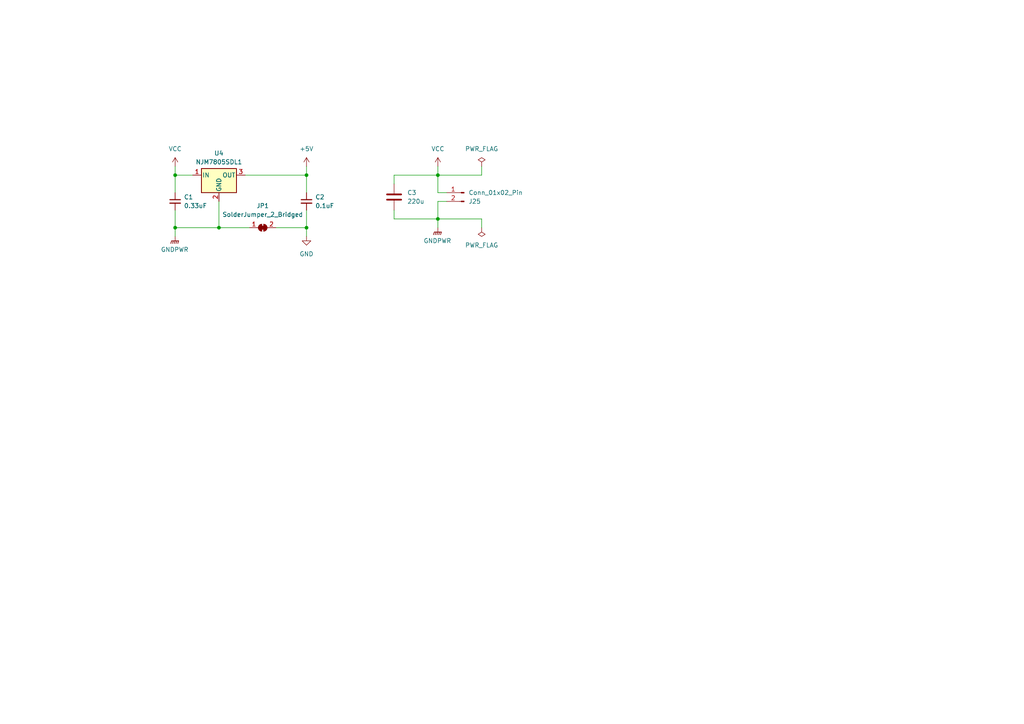
<source format=kicad_sch>
(kicad_sch
	(version 20231120)
	(generator "eeschema")
	(generator_version "8.0")
	(uuid "b121f1ac-567f-4c92-a979-c734161b9d95")
	(paper "A4")
	(lib_symbols
		(symbol "Connector:Conn_01x02_Pin"
			(pin_names
				(offset 1.016) hide)
			(exclude_from_sim no)
			(in_bom yes)
			(on_board yes)
			(property "Reference" "J"
				(at 0 2.54 0)
				(effects
					(font
						(size 1.27 1.27)
					)
				)
			)
			(property "Value" "Conn_01x02_Pin"
				(at 0 -5.08 0)
				(effects
					(font
						(size 1.27 1.27)
					)
				)
			)
			(property "Footprint" ""
				(at 0 0 0)
				(effects
					(font
						(size 1.27 1.27)
					)
					(hide yes)
				)
			)
			(property "Datasheet" "~"
				(at 0 0 0)
				(effects
					(font
						(size 1.27 1.27)
					)
					(hide yes)
				)
			)
			(property "Description" "Generic connector, single row, 01x02, script generated"
				(at 0 0 0)
				(effects
					(font
						(size 1.27 1.27)
					)
					(hide yes)
				)
			)
			(property "ki_locked" ""
				(at 0 0 0)
				(effects
					(font
						(size 1.27 1.27)
					)
				)
			)
			(property "ki_keywords" "connector"
				(at 0 0 0)
				(effects
					(font
						(size 1.27 1.27)
					)
					(hide yes)
				)
			)
			(property "ki_fp_filters" "Connector*:*_1x??_*"
				(at 0 0 0)
				(effects
					(font
						(size 1.27 1.27)
					)
					(hide yes)
				)
			)
			(symbol "Conn_01x02_Pin_1_1"
				(polyline
					(pts
						(xy 1.27 -2.54) (xy 0.8636 -2.54)
					)
					(stroke
						(width 0.1524)
						(type default)
					)
					(fill
						(type none)
					)
				)
				(polyline
					(pts
						(xy 1.27 0) (xy 0.8636 0)
					)
					(stroke
						(width 0.1524)
						(type default)
					)
					(fill
						(type none)
					)
				)
				(rectangle
					(start 0.8636 -2.413)
					(end 0 -2.667)
					(stroke
						(width 0.1524)
						(type default)
					)
					(fill
						(type outline)
					)
				)
				(rectangle
					(start 0.8636 0.127)
					(end 0 -0.127)
					(stroke
						(width 0.1524)
						(type default)
					)
					(fill
						(type outline)
					)
				)
				(pin passive line
					(at 5.08 0 180)
					(length 3.81)
					(name "Pin_1"
						(effects
							(font
								(size 1.27 1.27)
							)
						)
					)
					(number "1"
						(effects
							(font
								(size 1.27 1.27)
							)
						)
					)
				)
				(pin passive line
					(at 5.08 -2.54 180)
					(length 3.81)
					(name "Pin_2"
						(effects
							(font
								(size 1.27 1.27)
							)
						)
					)
					(number "2"
						(effects
							(font
								(size 1.27 1.27)
							)
						)
					)
				)
			)
		)
		(symbol "Device:C"
			(pin_numbers hide)
			(pin_names
				(offset 0.254)
			)
			(exclude_from_sim no)
			(in_bom yes)
			(on_board yes)
			(property "Reference" "C"
				(at 0.635 2.54 0)
				(effects
					(font
						(size 1.27 1.27)
					)
					(justify left)
				)
			)
			(property "Value" "C"
				(at 0.635 -2.54 0)
				(effects
					(font
						(size 1.27 1.27)
					)
					(justify left)
				)
			)
			(property "Footprint" ""
				(at 0.9652 -3.81 0)
				(effects
					(font
						(size 1.27 1.27)
					)
					(hide yes)
				)
			)
			(property "Datasheet" "~"
				(at 0 0 0)
				(effects
					(font
						(size 1.27 1.27)
					)
					(hide yes)
				)
			)
			(property "Description" "Unpolarized capacitor"
				(at 0 0 0)
				(effects
					(font
						(size 1.27 1.27)
					)
					(hide yes)
				)
			)
			(property "ki_keywords" "cap capacitor"
				(at 0 0 0)
				(effects
					(font
						(size 1.27 1.27)
					)
					(hide yes)
				)
			)
			(property "ki_fp_filters" "C_*"
				(at 0 0 0)
				(effects
					(font
						(size 1.27 1.27)
					)
					(hide yes)
				)
			)
			(symbol "C_0_1"
				(polyline
					(pts
						(xy -2.032 -0.762) (xy 2.032 -0.762)
					)
					(stroke
						(width 0.508)
						(type default)
					)
					(fill
						(type none)
					)
				)
				(polyline
					(pts
						(xy -2.032 0.762) (xy 2.032 0.762)
					)
					(stroke
						(width 0.508)
						(type default)
					)
					(fill
						(type none)
					)
				)
			)
			(symbol "C_1_1"
				(pin passive line
					(at 0 3.81 270)
					(length 2.794)
					(name "~"
						(effects
							(font
								(size 1.27 1.27)
							)
						)
					)
					(number "1"
						(effects
							(font
								(size 1.27 1.27)
							)
						)
					)
				)
				(pin passive line
					(at 0 -3.81 90)
					(length 2.794)
					(name "~"
						(effects
							(font
								(size 1.27 1.27)
							)
						)
					)
					(number "2"
						(effects
							(font
								(size 1.27 1.27)
							)
						)
					)
				)
			)
		)
		(symbol "Device:C_Small"
			(pin_numbers hide)
			(pin_names
				(offset 0.254) hide)
			(exclude_from_sim no)
			(in_bom yes)
			(on_board yes)
			(property "Reference" "C"
				(at 0.254 1.778 0)
				(effects
					(font
						(size 1.27 1.27)
					)
					(justify left)
				)
			)
			(property "Value" "C_Small"
				(at 0.254 -2.032 0)
				(effects
					(font
						(size 1.27 1.27)
					)
					(justify left)
				)
			)
			(property "Footprint" ""
				(at 0 0 0)
				(effects
					(font
						(size 1.27 1.27)
					)
					(hide yes)
				)
			)
			(property "Datasheet" "~"
				(at 0 0 0)
				(effects
					(font
						(size 1.27 1.27)
					)
					(hide yes)
				)
			)
			(property "Description" "Unpolarized capacitor, small symbol"
				(at 0 0 0)
				(effects
					(font
						(size 1.27 1.27)
					)
					(hide yes)
				)
			)
			(property "ki_keywords" "capacitor cap"
				(at 0 0 0)
				(effects
					(font
						(size 1.27 1.27)
					)
					(hide yes)
				)
			)
			(property "ki_fp_filters" "C_*"
				(at 0 0 0)
				(effects
					(font
						(size 1.27 1.27)
					)
					(hide yes)
				)
			)
			(symbol "C_Small_0_1"
				(polyline
					(pts
						(xy -1.524 -0.508) (xy 1.524 -0.508)
					)
					(stroke
						(width 0.3302)
						(type default)
					)
					(fill
						(type none)
					)
				)
				(polyline
					(pts
						(xy -1.524 0.508) (xy 1.524 0.508)
					)
					(stroke
						(width 0.3048)
						(type default)
					)
					(fill
						(type none)
					)
				)
			)
			(symbol "C_Small_1_1"
				(pin passive line
					(at 0 2.54 270)
					(length 2.032)
					(name "~"
						(effects
							(font
								(size 1.27 1.27)
							)
						)
					)
					(number "1"
						(effects
							(font
								(size 1.27 1.27)
							)
						)
					)
				)
				(pin passive line
					(at 0 -2.54 90)
					(length 2.032)
					(name "~"
						(effects
							(font
								(size 1.27 1.27)
							)
						)
					)
					(number "2"
						(effects
							(font
								(size 1.27 1.27)
							)
						)
					)
				)
			)
		)
		(symbol "Jumper:SolderJumper_2_Bridged"
			(pin_names
				(offset 0) hide)
			(exclude_from_sim no)
			(in_bom yes)
			(on_board yes)
			(property "Reference" "JP"
				(at 0 2.032 0)
				(effects
					(font
						(size 1.27 1.27)
					)
				)
			)
			(property "Value" "SolderJumper_2_Bridged"
				(at 0 -2.54 0)
				(effects
					(font
						(size 1.27 1.27)
					)
				)
			)
			(property "Footprint" ""
				(at 0 0 0)
				(effects
					(font
						(size 1.27 1.27)
					)
					(hide yes)
				)
			)
			(property "Datasheet" "~"
				(at 0 0 0)
				(effects
					(font
						(size 1.27 1.27)
					)
					(hide yes)
				)
			)
			(property "Description" "Solder Jumper, 2-pole, closed/bridged"
				(at 0 0 0)
				(effects
					(font
						(size 1.27 1.27)
					)
					(hide yes)
				)
			)
			(property "ki_keywords" "solder jumper SPST"
				(at 0 0 0)
				(effects
					(font
						(size 1.27 1.27)
					)
					(hide yes)
				)
			)
			(property "ki_fp_filters" "SolderJumper*Bridged*"
				(at 0 0 0)
				(effects
					(font
						(size 1.27 1.27)
					)
					(hide yes)
				)
			)
			(symbol "SolderJumper_2_Bridged_0_1"
				(rectangle
					(start -0.508 0.508)
					(end 0.508 -0.508)
					(stroke
						(width 0)
						(type default)
					)
					(fill
						(type outline)
					)
				)
				(arc
					(start -0.254 1.016)
					(mid -1.2656 0)
					(end -0.254 -1.016)
					(stroke
						(width 0)
						(type default)
					)
					(fill
						(type none)
					)
				)
				(arc
					(start -0.254 1.016)
					(mid -1.2656 0)
					(end -0.254 -1.016)
					(stroke
						(width 0)
						(type default)
					)
					(fill
						(type outline)
					)
				)
				(polyline
					(pts
						(xy -0.254 1.016) (xy -0.254 -1.016)
					)
					(stroke
						(width 0)
						(type default)
					)
					(fill
						(type none)
					)
				)
				(polyline
					(pts
						(xy 0.254 1.016) (xy 0.254 -1.016)
					)
					(stroke
						(width 0)
						(type default)
					)
					(fill
						(type none)
					)
				)
				(arc
					(start 0.254 -1.016)
					(mid 1.2656 0)
					(end 0.254 1.016)
					(stroke
						(width 0)
						(type default)
					)
					(fill
						(type none)
					)
				)
				(arc
					(start 0.254 -1.016)
					(mid 1.2656 0)
					(end 0.254 1.016)
					(stroke
						(width 0)
						(type default)
					)
					(fill
						(type outline)
					)
				)
			)
			(symbol "SolderJumper_2_Bridged_1_1"
				(pin passive line
					(at -3.81 0 0)
					(length 2.54)
					(name "A"
						(effects
							(font
								(size 1.27 1.27)
							)
						)
					)
					(number "1"
						(effects
							(font
								(size 1.27 1.27)
							)
						)
					)
				)
				(pin passive line
					(at 3.81 0 180)
					(length 2.54)
					(name "B"
						(effects
							(font
								(size 1.27 1.27)
							)
						)
					)
					(number "2"
						(effects
							(font
								(size 1.27 1.27)
							)
						)
					)
				)
			)
		)
		(symbol "Regulator_Linear:L7805"
			(pin_names
				(offset 0.254)
			)
			(exclude_from_sim no)
			(in_bom yes)
			(on_board yes)
			(property "Reference" "U"
				(at -3.81 3.175 0)
				(effects
					(font
						(size 1.27 1.27)
					)
				)
			)
			(property "Value" "L7805"
				(at 0 3.175 0)
				(effects
					(font
						(size 1.27 1.27)
					)
					(justify left)
				)
			)
			(property "Footprint" ""
				(at 0.635 -3.81 0)
				(effects
					(font
						(size 1.27 1.27)
						(italic yes)
					)
					(justify left)
					(hide yes)
				)
			)
			(property "Datasheet" "http://www.st.com/content/ccc/resource/technical/document/datasheet/41/4f/b3/b0/12/d4/47/88/CD00000444.pdf/files/CD00000444.pdf/jcr:content/translations/en.CD00000444.pdf"
				(at 0 -1.27 0)
				(effects
					(font
						(size 1.27 1.27)
					)
					(hide yes)
				)
			)
			(property "Description" "Positive 1.5A 35V Linear Regulator, Fixed Output 5V, TO-220/TO-263/TO-252"
				(at 0 0 0)
				(effects
					(font
						(size 1.27 1.27)
					)
					(hide yes)
				)
			)
			(property "ki_keywords" "Voltage Regulator 1.5A Positive"
				(at 0 0 0)
				(effects
					(font
						(size 1.27 1.27)
					)
					(hide yes)
				)
			)
			(property "ki_fp_filters" "TO?252* TO?263* TO?220*"
				(at 0 0 0)
				(effects
					(font
						(size 1.27 1.27)
					)
					(hide yes)
				)
			)
			(symbol "L7805_0_1"
				(rectangle
					(start -5.08 1.905)
					(end 5.08 -5.08)
					(stroke
						(width 0.254)
						(type default)
					)
					(fill
						(type background)
					)
				)
			)
			(symbol "L7805_1_1"
				(pin power_in line
					(at -7.62 0 0)
					(length 2.54)
					(name "IN"
						(effects
							(font
								(size 1.27 1.27)
							)
						)
					)
					(number "1"
						(effects
							(font
								(size 1.27 1.27)
							)
						)
					)
				)
				(pin power_in line
					(at 0 -7.62 90)
					(length 2.54)
					(name "GND"
						(effects
							(font
								(size 1.27 1.27)
							)
						)
					)
					(number "2"
						(effects
							(font
								(size 1.27 1.27)
							)
						)
					)
				)
				(pin power_out line
					(at 7.62 0 180)
					(length 2.54)
					(name "OUT"
						(effects
							(font
								(size 1.27 1.27)
							)
						)
					)
					(number "3"
						(effects
							(font
								(size 1.27 1.27)
							)
						)
					)
				)
			)
		)
		(symbol "power:+5V"
			(power)
			(pin_names
				(offset 0)
			)
			(exclude_from_sim no)
			(in_bom yes)
			(on_board yes)
			(property "Reference" "#PWR"
				(at 0 -3.81 0)
				(effects
					(font
						(size 1.27 1.27)
					)
					(hide yes)
				)
			)
			(property "Value" "+5V"
				(at 0 3.556 0)
				(effects
					(font
						(size 1.27 1.27)
					)
				)
			)
			(property "Footprint" ""
				(at 0 0 0)
				(effects
					(font
						(size 1.27 1.27)
					)
					(hide yes)
				)
			)
			(property "Datasheet" ""
				(at 0 0 0)
				(effects
					(font
						(size 1.27 1.27)
					)
					(hide yes)
				)
			)
			(property "Description" "Power symbol creates a global label with name \"+5V\""
				(at 0 0 0)
				(effects
					(font
						(size 1.27 1.27)
					)
					(hide yes)
				)
			)
			(property "ki_keywords" "global power"
				(at 0 0 0)
				(effects
					(font
						(size 1.27 1.27)
					)
					(hide yes)
				)
			)
			(symbol "+5V_0_1"
				(polyline
					(pts
						(xy -0.762 1.27) (xy 0 2.54)
					)
					(stroke
						(width 0)
						(type default)
					)
					(fill
						(type none)
					)
				)
				(polyline
					(pts
						(xy 0 0) (xy 0 2.54)
					)
					(stroke
						(width 0)
						(type default)
					)
					(fill
						(type none)
					)
				)
				(polyline
					(pts
						(xy 0 2.54) (xy 0.762 1.27)
					)
					(stroke
						(width 0)
						(type default)
					)
					(fill
						(type none)
					)
				)
			)
			(symbol "+5V_1_1"
				(pin power_in line
					(at 0 0 90)
					(length 0) hide
					(name "+5V"
						(effects
							(font
								(size 1.27 1.27)
							)
						)
					)
					(number "1"
						(effects
							(font
								(size 1.27 1.27)
							)
						)
					)
				)
			)
		)
		(symbol "power:GND"
			(power)
			(pin_names
				(offset 0)
			)
			(exclude_from_sim no)
			(in_bom yes)
			(on_board yes)
			(property "Reference" "#PWR"
				(at 0 -6.35 0)
				(effects
					(font
						(size 1.27 1.27)
					)
					(hide yes)
				)
			)
			(property "Value" "GND"
				(at 0 -3.81 0)
				(effects
					(font
						(size 1.27 1.27)
					)
				)
			)
			(property "Footprint" ""
				(at 0 0 0)
				(effects
					(font
						(size 1.27 1.27)
					)
					(hide yes)
				)
			)
			(property "Datasheet" ""
				(at 0 0 0)
				(effects
					(font
						(size 1.27 1.27)
					)
					(hide yes)
				)
			)
			(property "Description" "Power symbol creates a global label with name \"GND\" , ground"
				(at 0 0 0)
				(effects
					(font
						(size 1.27 1.27)
					)
					(hide yes)
				)
			)
			(property "ki_keywords" "global power"
				(at 0 0 0)
				(effects
					(font
						(size 1.27 1.27)
					)
					(hide yes)
				)
			)
			(symbol "GND_0_1"
				(polyline
					(pts
						(xy 0 0) (xy 0 -1.27) (xy 1.27 -1.27) (xy 0 -2.54) (xy -1.27 -1.27) (xy 0 -1.27)
					)
					(stroke
						(width 0)
						(type default)
					)
					(fill
						(type none)
					)
				)
			)
			(symbol "GND_1_1"
				(pin power_in line
					(at 0 0 270)
					(length 0) hide
					(name "GND"
						(effects
							(font
								(size 1.27 1.27)
							)
						)
					)
					(number "1"
						(effects
							(font
								(size 1.27 1.27)
							)
						)
					)
				)
			)
		)
		(symbol "power:GNDPWR"
			(power)
			(pin_names
				(offset 0)
			)
			(exclude_from_sim no)
			(in_bom yes)
			(on_board yes)
			(property "Reference" "#PWR"
				(at 0 -5.08 0)
				(effects
					(font
						(size 1.27 1.27)
					)
					(hide yes)
				)
			)
			(property "Value" "GNDPWR"
				(at 0 -3.302 0)
				(effects
					(font
						(size 1.27 1.27)
					)
				)
			)
			(property "Footprint" ""
				(at 0 -1.27 0)
				(effects
					(font
						(size 1.27 1.27)
					)
					(hide yes)
				)
			)
			(property "Datasheet" ""
				(at 0 -1.27 0)
				(effects
					(font
						(size 1.27 1.27)
					)
					(hide yes)
				)
			)
			(property "Description" "Power symbol creates a global label with name \"GNDPWR\" , global ground"
				(at 0 0 0)
				(effects
					(font
						(size 1.27 1.27)
					)
					(hide yes)
				)
			)
			(property "ki_keywords" "global ground"
				(at 0 0 0)
				(effects
					(font
						(size 1.27 1.27)
					)
					(hide yes)
				)
			)
			(symbol "GNDPWR_0_1"
				(polyline
					(pts
						(xy 0 -1.27) (xy 0 0)
					)
					(stroke
						(width 0)
						(type default)
					)
					(fill
						(type none)
					)
				)
				(polyline
					(pts
						(xy -1.016 -1.27) (xy -1.27 -2.032) (xy -1.27 -2.032)
					)
					(stroke
						(width 0.2032)
						(type default)
					)
					(fill
						(type none)
					)
				)
				(polyline
					(pts
						(xy -0.508 -1.27) (xy -0.762 -2.032) (xy -0.762 -2.032)
					)
					(stroke
						(width 0.2032)
						(type default)
					)
					(fill
						(type none)
					)
				)
				(polyline
					(pts
						(xy 0 -1.27) (xy -0.254 -2.032) (xy -0.254 -2.032)
					)
					(stroke
						(width 0.2032)
						(type default)
					)
					(fill
						(type none)
					)
				)
				(polyline
					(pts
						(xy 0.508 -1.27) (xy 0.254 -2.032) (xy 0.254 -2.032)
					)
					(stroke
						(width 0.2032)
						(type default)
					)
					(fill
						(type none)
					)
				)
				(polyline
					(pts
						(xy 1.016 -1.27) (xy -1.016 -1.27) (xy -1.016 -1.27)
					)
					(stroke
						(width 0.2032)
						(type default)
					)
					(fill
						(type none)
					)
				)
				(polyline
					(pts
						(xy 1.016 -1.27) (xy 0.762 -2.032) (xy 0.762 -2.032) (xy 0.762 -2.032)
					)
					(stroke
						(width 0.2032)
						(type default)
					)
					(fill
						(type none)
					)
				)
			)
			(symbol "GNDPWR_1_1"
				(pin power_in line
					(at 0 0 270)
					(length 0) hide
					(name "GNDPWR"
						(effects
							(font
								(size 1.27 1.27)
							)
						)
					)
					(number "1"
						(effects
							(font
								(size 1.27 1.27)
							)
						)
					)
				)
			)
		)
		(symbol "power:PWR_FLAG"
			(power)
			(pin_numbers hide)
			(pin_names
				(offset 0) hide)
			(exclude_from_sim no)
			(in_bom yes)
			(on_board yes)
			(property "Reference" "#FLG"
				(at 0 1.905 0)
				(effects
					(font
						(size 1.27 1.27)
					)
					(hide yes)
				)
			)
			(property "Value" "PWR_FLAG"
				(at 0 3.81 0)
				(effects
					(font
						(size 1.27 1.27)
					)
				)
			)
			(property "Footprint" ""
				(at 0 0 0)
				(effects
					(font
						(size 1.27 1.27)
					)
					(hide yes)
				)
			)
			(property "Datasheet" "~"
				(at 0 0 0)
				(effects
					(font
						(size 1.27 1.27)
					)
					(hide yes)
				)
			)
			(property "Description" "Special symbol for telling ERC where power comes from"
				(at 0 0 0)
				(effects
					(font
						(size 1.27 1.27)
					)
					(hide yes)
				)
			)
			(property "ki_keywords" "flag power"
				(at 0 0 0)
				(effects
					(font
						(size 1.27 1.27)
					)
					(hide yes)
				)
			)
			(symbol "PWR_FLAG_0_0"
				(pin power_out line
					(at 0 0 90)
					(length 0)
					(name "pwr"
						(effects
							(font
								(size 1.27 1.27)
							)
						)
					)
					(number "1"
						(effects
							(font
								(size 1.27 1.27)
							)
						)
					)
				)
			)
			(symbol "PWR_FLAG_0_1"
				(polyline
					(pts
						(xy 0 0) (xy 0 1.27) (xy -1.016 1.905) (xy 0 2.54) (xy 1.016 1.905) (xy 0 1.27)
					)
					(stroke
						(width 0)
						(type default)
					)
					(fill
						(type none)
					)
				)
			)
		)
		(symbol "power:VCC"
			(power)
			(pin_names
				(offset 0)
			)
			(exclude_from_sim no)
			(in_bom yes)
			(on_board yes)
			(property "Reference" "#PWR"
				(at 0 -3.81 0)
				(effects
					(font
						(size 1.27 1.27)
					)
					(hide yes)
				)
			)
			(property "Value" "VCC"
				(at 0 3.81 0)
				(effects
					(font
						(size 1.27 1.27)
					)
				)
			)
			(property "Footprint" ""
				(at 0 0 0)
				(effects
					(font
						(size 1.27 1.27)
					)
					(hide yes)
				)
			)
			(property "Datasheet" ""
				(at 0 0 0)
				(effects
					(font
						(size 1.27 1.27)
					)
					(hide yes)
				)
			)
			(property "Description" "Power symbol creates a global label with name \"VCC\""
				(at 0 0 0)
				(effects
					(font
						(size 1.27 1.27)
					)
					(hide yes)
				)
			)
			(property "ki_keywords" "global power"
				(at 0 0 0)
				(effects
					(font
						(size 1.27 1.27)
					)
					(hide yes)
				)
			)
			(symbol "VCC_0_1"
				(polyline
					(pts
						(xy -0.762 1.27) (xy 0 2.54)
					)
					(stroke
						(width 0)
						(type default)
					)
					(fill
						(type none)
					)
				)
				(polyline
					(pts
						(xy 0 0) (xy 0 2.54)
					)
					(stroke
						(width 0)
						(type default)
					)
					(fill
						(type none)
					)
				)
				(polyline
					(pts
						(xy 0 2.54) (xy 0.762 1.27)
					)
					(stroke
						(width 0)
						(type default)
					)
					(fill
						(type none)
					)
				)
			)
			(symbol "VCC_1_1"
				(pin power_in line
					(at 0 0 90)
					(length 0) hide
					(name "VCC"
						(effects
							(font
								(size 1.27 1.27)
							)
						)
					)
					(number "1"
						(effects
							(font
								(size 1.27 1.27)
							)
						)
					)
				)
			)
		)
	)
	(junction
		(at 127 50.8)
		(diameter 0)
		(color 0 0 0 0)
		(uuid "371df372-8f28-44bc-814a-2b0122112a55")
	)
	(junction
		(at 50.8 66.04)
		(diameter 0)
		(color 0 0 0 0)
		(uuid "8da9d294-ecaf-48f0-8bbe-9f9986b141e4")
	)
	(junction
		(at 88.9 50.8)
		(diameter 0)
		(color 0 0 0 0)
		(uuid "9dc449ba-de60-4441-bbdd-cdd87854abe4")
	)
	(junction
		(at 50.8 50.8)
		(diameter 0)
		(color 0 0 0 0)
		(uuid "ac12187e-f609-4166-aac4-56dd11722f42")
	)
	(junction
		(at 88.9 66.04)
		(diameter 0)
		(color 0 0 0 0)
		(uuid "c1105aa8-fcaf-4407-8d17-d2daafe73b09")
	)
	(junction
		(at 63.5 66.04)
		(diameter 0)
		(color 0 0 0 0)
		(uuid "dcb96b1e-cb1f-4da5-89a3-6dcfac0510e2")
	)
	(junction
		(at 127 63.5)
		(diameter 0)
		(color 0 0 0 0)
		(uuid "ecf58626-0571-4d3f-aa0a-5005c976d878")
	)
	(wire
		(pts
			(xy 139.7 66.04) (xy 139.7 63.5)
		)
		(stroke
			(width 0)
			(type default)
		)
		(uuid "02742553-3955-45a3-b72d-0ea8884aec0d")
	)
	(wire
		(pts
			(xy 63.5 66.04) (xy 72.39 66.04)
		)
		(stroke
			(width 0)
			(type default)
		)
		(uuid "044df4cf-1d0a-4030-89ff-320c5463f4bd")
	)
	(wire
		(pts
			(xy 50.8 48.26) (xy 50.8 50.8)
		)
		(stroke
			(width 0)
			(type default)
		)
		(uuid "072e7dcc-bea4-46c1-b5ac-55addc869787")
	)
	(wire
		(pts
			(xy 88.9 48.26) (xy 88.9 50.8)
		)
		(stroke
			(width 0)
			(type default)
		)
		(uuid "0ffc8910-db65-43cc-9fab-52c7248e9b9f")
	)
	(wire
		(pts
			(xy 127 50.8) (xy 127 55.88)
		)
		(stroke
			(width 0)
			(type default)
		)
		(uuid "1945de07-050b-49ad-85c2-90258463c467")
	)
	(wire
		(pts
			(xy 127 63.5) (xy 127 66.04)
		)
		(stroke
			(width 0)
			(type default)
		)
		(uuid "1e98689c-3060-4a97-9240-d4b98694b987")
	)
	(wire
		(pts
			(xy 114.3 50.8) (xy 114.3 53.34)
		)
		(stroke
			(width 0)
			(type default)
		)
		(uuid "2238aef1-0655-4dfa-9dfc-c0b534707681")
	)
	(wire
		(pts
			(xy 114.3 63.5) (xy 114.3 60.96)
		)
		(stroke
			(width 0)
			(type default)
		)
		(uuid "70e74c62-e7bd-4fc8-93dd-65ecb8de55f4")
	)
	(wire
		(pts
			(xy 71.12 50.8) (xy 88.9 50.8)
		)
		(stroke
			(width 0)
			(type default)
		)
		(uuid "75d97dc6-b8ce-4f6d-8cfd-231644f66845")
	)
	(wire
		(pts
			(xy 127 55.88) (xy 129.54 55.88)
		)
		(stroke
			(width 0)
			(type default)
		)
		(uuid "77fd254a-9a7c-4716-be27-9574c100a6f0")
	)
	(wire
		(pts
			(xy 139.7 63.5) (xy 127 63.5)
		)
		(stroke
			(width 0)
			(type default)
		)
		(uuid "7bfede47-daf4-4f08-a0a5-d4edd78643ac")
	)
	(wire
		(pts
			(xy 88.9 60.96) (xy 88.9 66.04)
		)
		(stroke
			(width 0)
			(type default)
		)
		(uuid "7ca0695a-9736-4ad6-a004-13a73603f195")
	)
	(wire
		(pts
			(xy 63.5 58.42) (xy 63.5 66.04)
		)
		(stroke
			(width 0)
			(type default)
		)
		(uuid "7f38375c-cc19-4e90-a808-14e021aa4ab8")
	)
	(wire
		(pts
			(xy 50.8 66.04) (xy 63.5 66.04)
		)
		(stroke
			(width 0)
			(type default)
		)
		(uuid "82245dd8-17f8-4c07-af5f-9e4fba9bfa94")
	)
	(wire
		(pts
			(xy 50.8 50.8) (xy 50.8 55.88)
		)
		(stroke
			(width 0)
			(type default)
		)
		(uuid "8f2422af-164c-43a5-8ef5-3c7aa0d31cef")
	)
	(wire
		(pts
			(xy 50.8 66.04) (xy 50.8 68.58)
		)
		(stroke
			(width 0)
			(type default)
		)
		(uuid "991b6d34-6621-4dc2-99b5-2b3d34efb606")
	)
	(wire
		(pts
			(xy 80.01 66.04) (xy 88.9 66.04)
		)
		(stroke
			(width 0)
			(type default)
		)
		(uuid "9a284bd4-c57c-4d89-b061-19583ff12b12")
	)
	(wire
		(pts
			(xy 129.54 58.42) (xy 127 58.42)
		)
		(stroke
			(width 0)
			(type default)
		)
		(uuid "a16be770-75c7-4a55-943b-d5ab7aa6412a")
	)
	(wire
		(pts
			(xy 50.8 60.96) (xy 50.8 66.04)
		)
		(stroke
			(width 0)
			(type default)
		)
		(uuid "a6c7e423-0763-4e75-a233-af5b68a194cd")
	)
	(wire
		(pts
			(xy 88.9 50.8) (xy 88.9 55.88)
		)
		(stroke
			(width 0)
			(type default)
		)
		(uuid "a7415704-7636-4b14-9bd7-34afe8477606")
	)
	(wire
		(pts
			(xy 139.7 48.26) (xy 139.7 50.8)
		)
		(stroke
			(width 0)
			(type default)
		)
		(uuid "b8ef8497-945f-4a91-b617-4416c14f1ec5")
	)
	(wire
		(pts
			(xy 114.3 50.8) (xy 127 50.8)
		)
		(stroke
			(width 0)
			(type default)
		)
		(uuid "bb2f78e2-9517-4bc4-a2a6-34229e2219bc")
	)
	(wire
		(pts
			(xy 114.3 63.5) (xy 127 63.5)
		)
		(stroke
			(width 0)
			(type default)
		)
		(uuid "bfca03e1-ddf2-46ff-b9ec-e0f97e026ddc")
	)
	(wire
		(pts
			(xy 50.8 50.8) (xy 55.88 50.8)
		)
		(stroke
			(width 0)
			(type default)
		)
		(uuid "c0dbb781-0843-4ec0-b3e0-8b4e21a9de80")
	)
	(wire
		(pts
			(xy 88.9 66.04) (xy 88.9 68.58)
		)
		(stroke
			(width 0)
			(type default)
		)
		(uuid "cf11e3e3-daf9-4346-afd4-8658c2712d4a")
	)
	(wire
		(pts
			(xy 139.7 50.8) (xy 127 50.8)
		)
		(stroke
			(width 0)
			(type default)
		)
		(uuid "d8198997-4206-41d3-b03f-5b10af409d61")
	)
	(wire
		(pts
			(xy 127 58.42) (xy 127 63.5)
		)
		(stroke
			(width 0)
			(type default)
		)
		(uuid "e9f9115e-017c-431c-bdca-66c8ec5ad2f5")
	)
	(wire
		(pts
			(xy 127 48.26) (xy 127 50.8)
		)
		(stroke
			(width 0)
			(type default)
		)
		(uuid "fcb3c97d-6484-4368-8cbc-453dde9bf1ef")
	)
	(symbol
		(lib_id "power:GNDPWR")
		(at 50.8 68.58 0)
		(unit 1)
		(exclude_from_sim no)
		(in_bom yes)
		(on_board yes)
		(dnp no)
		(fields_autoplaced yes)
		(uuid "0093b9a4-fbfa-401b-8193-28a4c3a4790e")
		(property "Reference" "#PWR022"
			(at 50.8 73.66 0)
			(effects
				(font
					(size 1.27 1.27)
				)
				(hide yes)
			)
		)
		(property "Value" "GNDPWR"
			(at 50.673 72.39 0)
			(effects
				(font
					(size 1.27 1.27)
				)
			)
		)
		(property "Footprint" ""
			(at 50.8 69.85 0)
			(effects
				(font
					(size 1.27 1.27)
				)
				(hide yes)
			)
		)
		(property "Datasheet" ""
			(at 50.8 69.85 0)
			(effects
				(font
					(size 1.27 1.27)
				)
				(hide yes)
			)
		)
		(property "Description" ""
			(at 50.8 68.58 0)
			(effects
				(font
					(size 1.27 1.27)
				)
				(hide yes)
			)
		)
		(pin "1"
			(uuid "fb9be833-9f19-4ad8-839a-1cbab19f8734")
		)
		(instances
			(project "HRU-SCB-RP2040"
				(path "/22d57d1f-fa00-4148-a62a-8eb596ebbd21/8865bb96-b424-4214-9ee7-9e2e6881a969"
					(reference "#PWR022")
					(unit 1)
				)
			)
		)
	)
	(symbol
		(lib_id "power:+5V")
		(at 88.9 48.26 0)
		(unit 1)
		(exclude_from_sim no)
		(in_bom yes)
		(on_board yes)
		(dnp no)
		(fields_autoplaced yes)
		(uuid "126f46c2-c3d1-4256-a5e9-b2007a1e4d79")
		(property "Reference" "#PWR023"
			(at 88.9 52.07 0)
			(effects
				(font
					(size 1.27 1.27)
				)
				(hide yes)
			)
		)
		(property "Value" "+5V"
			(at 88.9 43.18 0)
			(effects
				(font
					(size 1.27 1.27)
				)
			)
		)
		(property "Footprint" ""
			(at 88.9 48.26 0)
			(effects
				(font
					(size 1.27 1.27)
				)
				(hide yes)
			)
		)
		(property "Datasheet" ""
			(at 88.9 48.26 0)
			(effects
				(font
					(size 1.27 1.27)
				)
				(hide yes)
			)
		)
		(property "Description" ""
			(at 88.9 48.26 0)
			(effects
				(font
					(size 1.27 1.27)
				)
				(hide yes)
			)
		)
		(pin "1"
			(uuid "42e03e5c-aa28-46d4-9475-805b1b61cc77")
		)
		(instances
			(project "HRU-SCB-RP2040"
				(path "/22d57d1f-fa00-4148-a62a-8eb596ebbd21/8865bb96-b424-4214-9ee7-9e2e6881a969"
					(reference "#PWR023")
					(unit 1)
				)
			)
		)
	)
	(symbol
		(lib_id "power:VCC")
		(at 50.8 48.26 0)
		(unit 1)
		(exclude_from_sim no)
		(in_bom yes)
		(on_board yes)
		(dnp no)
		(fields_autoplaced yes)
		(uuid "2f4b4c90-f69c-4c87-9abd-bda8a7eb36b3")
		(property "Reference" "#PWR021"
			(at 50.8 52.07 0)
			(effects
				(font
					(size 1.27 1.27)
				)
				(hide yes)
			)
		)
		(property "Value" "VCC"
			(at 50.8 43.18 0)
			(effects
				(font
					(size 1.27 1.27)
				)
			)
		)
		(property "Footprint" ""
			(at 50.8 48.26 0)
			(effects
				(font
					(size 1.27 1.27)
				)
				(hide yes)
			)
		)
		(property "Datasheet" ""
			(at 50.8 48.26 0)
			(effects
				(font
					(size 1.27 1.27)
				)
				(hide yes)
			)
		)
		(property "Description" ""
			(at 50.8 48.26 0)
			(effects
				(font
					(size 1.27 1.27)
				)
				(hide yes)
			)
		)
		(pin "1"
			(uuid "d9922086-3c3a-48c4-a392-b57e4a4c4737")
		)
		(instances
			(project "HRU-SCB-RP2040"
				(path "/22d57d1f-fa00-4148-a62a-8eb596ebbd21/8865bb96-b424-4214-9ee7-9e2e6881a969"
					(reference "#PWR021")
					(unit 1)
				)
			)
		)
	)
	(symbol
		(lib_id "Connector:Conn_01x02_Pin")
		(at 134.62 55.88 0)
		(mirror y)
		(unit 1)
		(exclude_from_sim no)
		(in_bom yes)
		(on_board yes)
		(dnp no)
		(uuid "309b51c4-f6fc-44b5-96c9-d5e7e88b0984")
		(property "Reference" "J25"
			(at 135.89 58.42 0)
			(effects
				(font
					(size 1.27 1.27)
				)
				(justify right)
			)
		)
		(property "Value" "Conn_01x02_Pin"
			(at 135.89 55.88 0)
			(effects
				(font
					(size 1.27 1.27)
				)
				(justify right)
			)
		)
		(property "Footprint" "Connector_JST:JST_VH_B2P-VH_1x02_P3.96mm_Vertical"
			(at 134.62 55.88 0)
			(effects
				(font
					(size 1.27 1.27)
				)
				(hide yes)
			)
		)
		(property "Datasheet" "~"
			(at 134.62 55.88 0)
			(effects
				(font
					(size 1.27 1.27)
				)
				(hide yes)
			)
		)
		(property "Description" ""
			(at 134.62 55.88 0)
			(effects
				(font
					(size 1.27 1.27)
				)
				(hide yes)
			)
		)
		(pin "1"
			(uuid "7a262d37-917e-45ae-959a-e5146a09b2da")
		)
		(pin "2"
			(uuid "ce50255b-76cd-4d62-9edd-ff2a03122966")
		)
		(instances
			(project "HRU-SCB-RP2040"
				(path "/22d57d1f-fa00-4148-a62a-8eb596ebbd21/8865bb96-b424-4214-9ee7-9e2e6881a969"
					(reference "J25")
					(unit 1)
				)
			)
		)
	)
	(symbol
		(lib_id "Jumper:SolderJumper_2_Bridged")
		(at 76.2 66.04 0)
		(unit 1)
		(exclude_from_sim no)
		(in_bom yes)
		(on_board yes)
		(dnp no)
		(fields_autoplaced yes)
		(uuid "34bbcb09-6a06-4994-90aa-a3fa7f229867")
		(property "Reference" "JP1"
			(at 76.2 59.69 0)
			(effects
				(font
					(size 1.27 1.27)
				)
			)
		)
		(property "Value" "SolderJumper_2_Bridged"
			(at 76.2 62.23 0)
			(effects
				(font
					(size 1.27 1.27)
				)
			)
		)
		(property "Footprint" "Jumper:SolderJumper-2_P1.3mm_Bridged_Pad1.0x1.5mm"
			(at 76.2 66.04 0)
			(effects
				(font
					(size 1.27 1.27)
				)
				(hide yes)
			)
		)
		(property "Datasheet" "~"
			(at 76.2 66.04 0)
			(effects
				(font
					(size 1.27 1.27)
				)
				(hide yes)
			)
		)
		(property "Description" ""
			(at 76.2 66.04 0)
			(effects
				(font
					(size 1.27 1.27)
				)
				(hide yes)
			)
		)
		(pin "1"
			(uuid "491a9375-0c95-4100-b6e6-b69089fc1900")
		)
		(pin "2"
			(uuid "c0cdadb5-4453-4a2c-9902-379ef94b4197")
		)
		(instances
			(project "HRU-SCB-RP2040"
				(path "/22d57d1f-fa00-4148-a62a-8eb596ebbd21/8865bb96-b424-4214-9ee7-9e2e6881a969"
					(reference "JP1")
					(unit 1)
				)
			)
		)
	)
	(symbol
		(lib_id "Device:C_Small")
		(at 50.8 58.42 0)
		(unit 1)
		(exclude_from_sim no)
		(in_bom yes)
		(on_board yes)
		(dnp no)
		(fields_autoplaced yes)
		(uuid "5cb7ccf6-6df7-4af5-ac82-926d11d1fd50")
		(property "Reference" "C1"
			(at 53.34 57.1563 0)
			(effects
				(font
					(size 1.27 1.27)
				)
				(justify left)
			)
		)
		(property "Value" "0.33uF"
			(at 53.34 59.6963 0)
			(effects
				(font
					(size 1.27 1.27)
				)
				(justify left)
			)
		)
		(property "Footprint" "Capacitor_THT:C_Disc_D3.8mm_W2.6mm_P2.50mm"
			(at 50.8 58.42 0)
			(effects
				(font
					(size 1.27 1.27)
				)
				(hide yes)
			)
		)
		(property "Datasheet" "~"
			(at 50.8 58.42 0)
			(effects
				(font
					(size 1.27 1.27)
				)
				(hide yes)
			)
		)
		(property "Description" ""
			(at 50.8 58.42 0)
			(effects
				(font
					(size 1.27 1.27)
				)
				(hide yes)
			)
		)
		(pin "1"
			(uuid "4870ef38-8983-47b6-ac27-e90e49d497f8")
		)
		(pin "2"
			(uuid "097dbef9-ad5d-4c46-bfda-46b0a68d13dc")
		)
		(instances
			(project "HRU-SCB-RP2040"
				(path "/22d57d1f-fa00-4148-a62a-8eb596ebbd21/8865bb96-b424-4214-9ee7-9e2e6881a969"
					(reference "C1")
					(unit 1)
				)
			)
		)
	)
	(symbol
		(lib_id "power:PWR_FLAG")
		(at 139.7 66.04 180)
		(unit 1)
		(exclude_from_sim no)
		(in_bom yes)
		(on_board yes)
		(dnp no)
		(fields_autoplaced yes)
		(uuid "7097be3b-092b-4723-9340-637cbcccf639")
		(property "Reference" "#FLG02"
			(at 139.7 67.945 0)
			(effects
				(font
					(size 1.27 1.27)
				)
				(hide yes)
			)
		)
		(property "Value" "PWR_FLAG"
			(at 139.7 71.12 0)
			(effects
				(font
					(size 1.27 1.27)
				)
			)
		)
		(property "Footprint" ""
			(at 139.7 66.04 0)
			(effects
				(font
					(size 1.27 1.27)
				)
				(hide yes)
			)
		)
		(property "Datasheet" "~"
			(at 139.7 66.04 0)
			(effects
				(font
					(size 1.27 1.27)
				)
				(hide yes)
			)
		)
		(property "Description" ""
			(at 139.7 66.04 0)
			(effects
				(font
					(size 1.27 1.27)
				)
				(hide yes)
			)
		)
		(pin "1"
			(uuid "308fdc6e-12af-4aac-a74f-1b239520ecdf")
		)
		(instances
			(project "HRU-SCB-RP2040"
				(path "/22d57d1f-fa00-4148-a62a-8eb596ebbd21/8865bb96-b424-4214-9ee7-9e2e6881a969"
					(reference "#FLG02")
					(unit 1)
				)
			)
		)
	)
	(symbol
		(lib_id "Regulator_Linear:L7805")
		(at 63.5 50.8 0)
		(unit 1)
		(exclude_from_sim no)
		(in_bom yes)
		(on_board yes)
		(dnp no)
		(fields_autoplaced yes)
		(uuid "8944b0c9-388a-4539-bb57-b6bcdb7a93e4")
		(property "Reference" "U4"
			(at 63.5 44.45 0)
			(effects
				(font
					(size 1.27 1.27)
				)
			)
		)
		(property "Value" "NJM7805SDL1"
			(at 63.5 46.99 0)
			(effects
				(font
					(size 1.27 1.27)
				)
			)
		)
		(property "Footprint" "Package_TO_SOT_SMD:TO-252-2"
			(at 64.135 54.61 0)
			(effects
				(font
					(size 1.27 1.27)
					(italic yes)
				)
				(justify left)
				(hide yes)
			)
		)
		(property "Datasheet" "https://akizukidenshi.com/download/ds/njr/NJM7800_J.pdf"
			(at 63.5 52.07 0)
			(effects
				(font
					(size 1.27 1.27)
				)
				(hide yes)
			)
		)
		(property "Description" ""
			(at 63.5 50.8 0)
			(effects
				(font
					(size 1.27 1.27)
				)
				(hide yes)
			)
		)
		(property "AKI_URL" "https://akizukidenshi.com/catalog/g/gI-08678/"
			(at 63.5 50.8 0)
			(effects
				(font
					(size 1.27 1.27)
				)
				(hide yes)
			)
		)
		(property "AKI_CODE" "NJM7805FA"
			(at 63.5 50.8 0)
			(effects
				(font
					(size 1.27 1.27)
				)
				(hide yes)
			)
		)
		(pin "1"
			(uuid "21883d9e-e291-4833-a03a-d806cdb62f4a")
		)
		(pin "2"
			(uuid "6d91dc7f-f5a7-4a42-bf37-c9f710c743d1")
		)
		(pin "3"
			(uuid "4376b1e5-4ec0-42cb-a064-d3939554d735")
		)
		(instances
			(project "HRU-SCB-RP2040"
				(path "/22d57d1f-fa00-4148-a62a-8eb596ebbd21/8865bb96-b424-4214-9ee7-9e2e6881a969"
					(reference "U4")
					(unit 1)
				)
			)
		)
	)
	(symbol
		(lib_id "Device:C")
		(at 114.3 57.15 0)
		(unit 1)
		(exclude_from_sim no)
		(in_bom yes)
		(on_board yes)
		(dnp no)
		(fields_autoplaced yes)
		(uuid "a6099375-9ac5-4577-9da1-6c6339287d77")
		(property "Reference" "C3"
			(at 118.11 55.88 0)
			(effects
				(font
					(size 1.27 1.27)
				)
				(justify left)
			)
		)
		(property "Value" "220u"
			(at 118.11 58.42 0)
			(effects
				(font
					(size 1.27 1.27)
				)
				(justify left)
			)
		)
		(property "Footprint" "Capacitor_THT:C_Radial_D8.0mm_H11.5mm_P3.50mm"
			(at 115.2652 60.96 0)
			(effects
				(font
					(size 1.27 1.27)
				)
				(hide yes)
			)
		)
		(property "Datasheet" "~"
			(at 114.3 57.15 0)
			(effects
				(font
					(size 1.27 1.27)
				)
				(hide yes)
			)
		)
		(property "Description" ""
			(at 114.3 57.15 0)
			(effects
				(font
					(size 1.27 1.27)
				)
				(hide yes)
			)
		)
		(pin "1"
			(uuid "9a8a4db4-0a2a-4f49-8c3c-91b87dd4b210")
		)
		(pin "2"
			(uuid "e4263a46-2750-4c58-8d0b-38a367d257fd")
		)
		(instances
			(project "HRU-SCB-RP2040"
				(path "/22d57d1f-fa00-4148-a62a-8eb596ebbd21/8865bb96-b424-4214-9ee7-9e2e6881a969"
					(reference "C3")
					(unit 1)
				)
			)
		)
	)
	(symbol
		(lib_id "power:PWR_FLAG")
		(at 139.7 48.26 0)
		(mirror y)
		(unit 1)
		(exclude_from_sim no)
		(in_bom yes)
		(on_board yes)
		(dnp no)
		(fields_autoplaced yes)
		(uuid "c6474bea-091a-4af5-b026-e8ce16612485")
		(property "Reference" "#FLG01"
			(at 139.7 46.355 0)
			(effects
				(font
					(size 1.27 1.27)
				)
				(hide yes)
			)
		)
		(property "Value" "PWR_FLAG"
			(at 139.7 43.18 0)
			(effects
				(font
					(size 1.27 1.27)
				)
			)
		)
		(property "Footprint" ""
			(at 139.7 48.26 0)
			(effects
				(font
					(size 1.27 1.27)
				)
				(hide yes)
			)
		)
		(property "Datasheet" "~"
			(at 139.7 48.26 0)
			(effects
				(font
					(size 1.27 1.27)
				)
				(hide yes)
			)
		)
		(property "Description" ""
			(at 139.7 48.26 0)
			(effects
				(font
					(size 1.27 1.27)
				)
				(hide yes)
			)
		)
		(pin "1"
			(uuid "c48cab78-37eb-4aac-b696-146f2692b562")
		)
		(instances
			(project "HRU-SCB-RP2040"
				(path "/22d57d1f-fa00-4148-a62a-8eb596ebbd21/8865bb96-b424-4214-9ee7-9e2e6881a969"
					(reference "#FLG01")
					(unit 1)
				)
			)
		)
	)
	(symbol
		(lib_id "power:GNDPWR")
		(at 127 66.04 0)
		(unit 1)
		(exclude_from_sim no)
		(in_bom yes)
		(on_board yes)
		(dnp no)
		(fields_autoplaced yes)
		(uuid "e3b02d48-7b29-4871-8e0f-ea6c1604b1b3")
		(property "Reference" "#PWR026"
			(at 127 71.12 0)
			(effects
				(font
					(size 1.27 1.27)
				)
				(hide yes)
			)
		)
		(property "Value" "GNDPWR"
			(at 126.873 69.85 0)
			(effects
				(font
					(size 1.27 1.27)
				)
			)
		)
		(property "Footprint" ""
			(at 127 67.31 0)
			(effects
				(font
					(size 1.27 1.27)
				)
				(hide yes)
			)
		)
		(property "Datasheet" ""
			(at 127 67.31 0)
			(effects
				(font
					(size 1.27 1.27)
				)
				(hide yes)
			)
		)
		(property "Description" ""
			(at 127 66.04 0)
			(effects
				(font
					(size 1.27 1.27)
				)
				(hide yes)
			)
		)
		(pin "1"
			(uuid "8978a979-336b-4dc2-9bb5-5f0f8a1c035a")
		)
		(instances
			(project "HRU-SCB-RP2040"
				(path "/22d57d1f-fa00-4148-a62a-8eb596ebbd21/8865bb96-b424-4214-9ee7-9e2e6881a969"
					(reference "#PWR026")
					(unit 1)
				)
			)
		)
	)
	(symbol
		(lib_id "Device:C_Small")
		(at 88.9 58.42 0)
		(unit 1)
		(exclude_from_sim no)
		(in_bom yes)
		(on_board yes)
		(dnp no)
		(fields_autoplaced yes)
		(uuid "e57d030b-6fb8-4fe9-9def-b72b4759c1b1")
		(property "Reference" "C2"
			(at 91.44 57.1563 0)
			(effects
				(font
					(size 1.27 1.27)
				)
				(justify left)
			)
		)
		(property "Value" "0.1uF"
			(at 91.44 59.6963 0)
			(effects
				(font
					(size 1.27 1.27)
				)
				(justify left)
			)
		)
		(property "Footprint" "Capacitor_THT:C_Disc_D3.8mm_W2.6mm_P2.50mm"
			(at 88.9 58.42 0)
			(effects
				(font
					(size 1.27 1.27)
				)
				(hide yes)
			)
		)
		(property "Datasheet" "~"
			(at 88.9 58.42 0)
			(effects
				(font
					(size 1.27 1.27)
				)
				(hide yes)
			)
		)
		(property "Description" ""
			(at 88.9 58.42 0)
			(effects
				(font
					(size 1.27 1.27)
				)
				(hide yes)
			)
		)
		(property "AKI_CODE" "RDER71H104K0P1H03B"
			(at 88.9 58.42 0)
			(effects
				(font
					(size 1.27 1.27)
				)
				(hide yes)
			)
		)
		(pin "1"
			(uuid "f2cef481-3f09-45b7-ae5f-3d8b94f2b367")
		)
		(pin "2"
			(uuid "1c6c3f18-79c2-43eb-af4d-f75399057dea")
		)
		(instances
			(project "HRU-SCB-RP2040"
				(path "/22d57d1f-fa00-4148-a62a-8eb596ebbd21/8865bb96-b424-4214-9ee7-9e2e6881a969"
					(reference "C2")
					(unit 1)
				)
			)
		)
	)
	(symbol
		(lib_id "power:GND")
		(at 88.9 68.58 0)
		(unit 1)
		(exclude_from_sim no)
		(in_bom yes)
		(on_board yes)
		(dnp no)
		(fields_autoplaced yes)
		(uuid "f31d2ea6-b8c3-4291-847a-6e9619d07a2e")
		(property "Reference" "#PWR024"
			(at 88.9 74.93 0)
			(effects
				(font
					(size 1.27 1.27)
				)
				(hide yes)
			)
		)
		(property "Value" "GND"
			(at 88.9 73.66 0)
			(effects
				(font
					(size 1.27 1.27)
				)
			)
		)
		(property "Footprint" ""
			(at 88.9 68.58 0)
			(effects
				(font
					(size 1.27 1.27)
				)
				(hide yes)
			)
		)
		(property "Datasheet" ""
			(at 88.9 68.58 0)
			(effects
				(font
					(size 1.27 1.27)
				)
				(hide yes)
			)
		)
		(property "Description" ""
			(at 88.9 68.58 0)
			(effects
				(font
					(size 1.27 1.27)
				)
				(hide yes)
			)
		)
		(pin "1"
			(uuid "2aded128-49da-46ef-af57-3a97cfaf9174")
		)
		(instances
			(project "HRU-SCB-RP2040"
				(path "/22d57d1f-fa00-4148-a62a-8eb596ebbd21/8865bb96-b424-4214-9ee7-9e2e6881a969"
					(reference "#PWR024")
					(unit 1)
				)
			)
		)
	)
	(symbol
		(lib_id "power:VCC")
		(at 127 48.26 0)
		(unit 1)
		(exclude_from_sim no)
		(in_bom yes)
		(on_board yes)
		(dnp no)
		(fields_autoplaced yes)
		(uuid "f5060857-41c2-460a-8794-d9179d9f94f7")
		(property "Reference" "#PWR025"
			(at 127 52.07 0)
			(effects
				(font
					(size 1.27 1.27)
				)
				(hide yes)
			)
		)
		(property "Value" "VCC"
			(at 127 43.18 0)
			(effects
				(font
					(size 1.27 1.27)
				)
			)
		)
		(property "Footprint" ""
			(at 127 48.26 0)
			(effects
				(font
					(size 1.27 1.27)
				)
				(hide yes)
			)
		)
		(property "Datasheet" ""
			(at 127 48.26 0)
			(effects
				(font
					(size 1.27 1.27)
				)
				(hide yes)
			)
		)
		(property "Description" ""
			(at 127 48.26 0)
			(effects
				(font
					(size 1.27 1.27)
				)
				(hide yes)
			)
		)
		(pin "1"
			(uuid "7d938f67-52a0-411a-81f4-080a2424b7c3")
		)
		(instances
			(project "HRU-SCB-RP2040"
				(path "/22d57d1f-fa00-4148-a62a-8eb596ebbd21/8865bb96-b424-4214-9ee7-9e2e6881a969"
					(reference "#PWR025")
					(unit 1)
				)
			)
		)
	)
)
</source>
